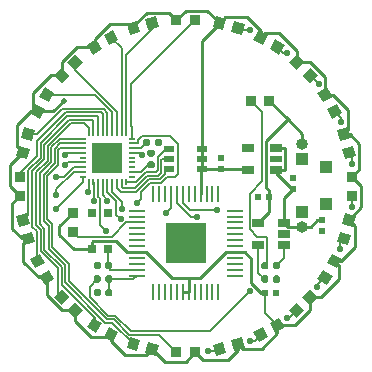
<source format=gbr>
%TF.GenerationSoftware,KiCad,Pcbnew,(5.1.6)-1*%
%TF.CreationDate,2023-04-02T22:45:57-07:00*%
%TF.ProjectId,Watch,57617463-682e-46b6-9963-61645f706362,rev?*%
%TF.SameCoordinates,Original*%
%TF.FileFunction,Copper,L1,Top*%
%TF.FilePolarity,Positive*%
%FSLAX46Y46*%
G04 Gerber Fmt 4.6, Leading zero omitted, Abs format (unit mm)*
G04 Created by KiCad (PCBNEW (5.1.6)-1) date 2023-04-02 22:45:57*
%MOMM*%
%LPD*%
G01*
G04 APERTURE LIST*
%TA.AperFunction,SMDPad,CuDef*%
%ADD10C,0.100000*%
%TD*%
%TA.AperFunction,SMDPad,CuDef*%
%ADD11R,3.505200X3.505200*%
%TD*%
%TA.AperFunction,SMDPad,CuDef*%
%ADD12R,0.279400X1.346200*%
%TD*%
%TA.AperFunction,SMDPad,CuDef*%
%ADD13R,1.346200X0.279400*%
%TD*%
%TA.AperFunction,SMDPad,CuDef*%
%ADD14R,0.890000X0.550000*%
%TD*%
%TA.AperFunction,SMDPad,CuDef*%
%ADD15R,0.900000X0.950000*%
%TD*%
%TA.AperFunction,SMDPad,CuDef*%
%ADD16R,0.950000X0.900000*%
%TD*%
%TA.AperFunction,SMDPad,CuDef*%
%ADD17R,2.650000X2.650000*%
%TD*%
%TA.AperFunction,SMDPad,CuDef*%
%ADD18R,0.550000X0.200000*%
%TD*%
%TA.AperFunction,SMDPad,CuDef*%
%ADD19R,0.200000X0.550000*%
%TD*%
%TA.AperFunction,SMDPad,CuDef*%
%ADD20R,0.800000X0.800000*%
%TD*%
%TA.AperFunction,SMDPad,CuDef*%
%ADD21R,1.000000X0.800000*%
%TD*%
%TA.AperFunction,SMDPad,CuDef*%
%ADD22R,1.000000X0.600000*%
%TD*%
%TA.AperFunction,SMDPad,CuDef*%
%ADD23R,0.600000X0.620000*%
%TD*%
%TA.AperFunction,SMDPad,CuDef*%
%ADD24R,0.620000X0.600000*%
%TD*%
%TA.AperFunction,ComponentPad*%
%ADD25R,1.000000X1.000000*%
%TD*%
%TA.AperFunction,ComponentPad*%
%ADD26O,1.000000X1.000000*%
%TD*%
%TA.AperFunction,SMDPad,CuDef*%
%ADD27R,1.060000X0.650000*%
%TD*%
%TA.AperFunction,ViaPad*%
%ADD28C,0.540000*%
%TD*%
%TA.AperFunction,ViaPad*%
%ADD29C,0.500000*%
%TD*%
%TA.AperFunction,Conductor*%
%ADD30C,0.150000*%
%TD*%
%TA.AperFunction,Conductor*%
%ADD31C,0.250000*%
%TD*%
%TA.AperFunction,Conductor*%
%ADD32C,0.125000*%
%TD*%
G04 APERTURE END LIST*
%TA.AperFunction,SMDPad,CuDef*%
D10*
%TO.P,LED211,2*%
%TO.N,+3V3*%
G36*
X149930785Y-102217043D02*
G01*
X149684907Y-101299414D01*
X150554241Y-101066477D01*
X150800119Y-101984106D01*
X149930785Y-102217043D01*
G37*
%TD.AperFunction*%
%TA.AperFunction,SMDPad,CuDef*%
%TO.P,LED211,1*%
%TO.N,/leds/OUT14*%
G36*
X148385303Y-102631153D02*
G01*
X148139425Y-101713524D01*
X149008759Y-101480587D01*
X149254637Y-102398216D01*
X148385303Y-102631153D01*
G37*
%TD.AperFunction*%
%TD*%
D11*
%TO.P,U101,EPAD*%
%TO.N,GND*%
X145830000Y-93091000D03*
D12*
%TO.P,U101,48*%
X143080000Y-88912700D03*
%TO.P,U101,47*%
%TO.N,Net-(U101-Pad47)*%
X143579999Y-88912700D03*
%TO.P,U101,46*%
%TO.N,Net-(U101-Pad46)*%
X144080001Y-88912700D03*
%TO.P,U101,45*%
%TO.N,+3V3*%
X144580000Y-88912700D03*
%TO.P,U101,44*%
%TO.N,/JTAG_TDI*%
X145079999Y-88912700D03*
%TO.P,U101,43*%
%TO.N,/JTAG_TDO*%
X145580000Y-88912700D03*
%TO.P,U101,42*%
%TO.N,/SCL*%
X146080000Y-88912700D03*
%TO.P,U101,41*%
%TO.N,/SDA*%
X146580001Y-88912700D03*
%TO.P,U101,40*%
%TO.N,+3V3*%
X147080000Y-88912700D03*
%TO.P,U101,39*%
%TO.N,/SDB*%
X147579999Y-88912700D03*
%TO.P,U101,38*%
%TO.N,Net-(U101-Pad38)*%
X148080001Y-88912700D03*
%TO.P,U101,37*%
%TO.N,Net-(U101-Pad37)*%
X148580000Y-88912700D03*
D13*
%TO.P,U101,36*%
%TO.N,/SW1*%
X150008300Y-90341000D03*
%TO.P,U101,35*%
%TO.N,/SW2*%
X150008300Y-90840999D03*
%TO.P,U101,34*%
%TO.N,Net-(U101-Pad34)*%
X150008300Y-91341001D03*
%TO.P,U101,33*%
%TO.N,Net-(U101-Pad33)*%
X150008300Y-91841000D03*
%TO.P,U101,32*%
%TO.N,Net-(U101-Pad32)*%
X150008300Y-92340999D03*
%TO.P,U101,31*%
%TO.N,Net-(U101-Pad31)*%
X150008300Y-92841000D03*
%TO.P,U101,30*%
%TO.N,Net-(U101-Pad30)*%
X150008300Y-93341000D03*
%TO.P,U101,29*%
%TO.N,+3V3*%
X150008300Y-93841001D03*
%TO.P,U101,28*%
%TO.N,GND*%
X150008300Y-94341000D03*
%TO.P,U101,27*%
%TO.N,Net-(U101-Pad27)*%
X150008300Y-94840999D03*
%TO.P,U101,26*%
%TO.N,Net-(U101-Pad26)*%
X150008300Y-95341001D03*
%TO.P,U101,25*%
%TO.N,Net-(U101-Pad25)*%
X150008300Y-95841000D03*
D12*
%TO.P,U101,24*%
%TO.N,Net-(U101-Pad24)*%
X148580000Y-97269300D03*
%TO.P,U101,23*%
%TO.N,Net-(U101-Pad23)*%
X148080001Y-97269300D03*
%TO.P,U101,22*%
%TO.N,Net-(U101-Pad22)*%
X147579999Y-97269300D03*
%TO.P,U101,21*%
%TO.N,Net-(U101-Pad21)*%
X147080000Y-97269300D03*
%TO.P,U101,20*%
%TO.N,Net-(U101-Pad20)*%
X146580001Y-97269300D03*
%TO.P,U101,19*%
%TO.N,+3V3*%
X146080000Y-97269300D03*
%TO.P,U101,18*%
X145580000Y-97269300D03*
%TO.P,U101,17*%
%TO.N,GND*%
X145079999Y-97269300D03*
%TO.P,U101,16*%
%TO.N,Net-(U101-Pad16)*%
X144580000Y-97269300D03*
%TO.P,U101,15*%
%TO.N,Net-(U101-Pad15)*%
X144080001Y-97269300D03*
%TO.P,U101,14*%
%TO.N,Net-(U101-Pad14)*%
X143579999Y-97269300D03*
%TO.P,U101,13*%
%TO.N,Net-(U101-Pad13)*%
X143080000Y-97269300D03*
D13*
%TO.P,U101,12*%
%TO.N,/BattSns*%
X141651700Y-95841000D03*
%TO.P,U101,11*%
%TO.N,/vLUX*%
X141651700Y-95341001D03*
%TO.P,U101,10*%
%TO.N,/JTAG_TMS*%
X141651700Y-94840999D03*
%TO.P,U101,9*%
%TO.N,/JTAG_TCK*%
X141651700Y-94341000D03*
%TO.P,U101,8*%
%TO.N,+3V3*%
X141651700Y-93841001D03*
%TO.P,U101,7*%
%TO.N,+1V8*%
X141651700Y-93341000D03*
%TO.P,U101,6*%
%TO.N,GND*%
X141651700Y-92841000D03*
%TO.P,U101,5*%
%TO.N,Net-(U101-Pad5)*%
X141651700Y-92340999D03*
%TO.P,U101,4*%
%TO.N,/JTAG_RESET*%
X141651700Y-91841000D03*
%TO.P,U101,3*%
%TO.N,/LED_STAT*%
X141651700Y-91341001D03*
%TO.P,U101,2*%
%TO.N,Net-(U101-Pad2)*%
X141651700Y-90840999D03*
%TO.P,U101,1*%
%TO.N,Net-(U101-Pad1)*%
X141651700Y-90341000D03*
%TD*%
%TA.AperFunction,SMDPad,CuDef*%
D10*
%TO.P,LED223,2*%
%TO.N,+3V3*%
G36*
X141729215Y-74312957D02*
G01*
X141975093Y-75230586D01*
X141105759Y-75463523D01*
X140859881Y-74545894D01*
X141729215Y-74312957D01*
G37*
%TD.AperFunction*%
%TA.AperFunction,SMDPad,CuDef*%
%TO.P,LED223,1*%
%TO.N,/leds/OUT2*%
G36*
X143274697Y-73898847D02*
G01*
X143520575Y-74816476D01*
X142651241Y-75049413D01*
X142405363Y-74131784D01*
X143274697Y-73898847D01*
G37*
%TD.AperFunction*%
%TD*%
D14*
%TO.P,LED225,6*%
%TO.N,+3V3*%
X147225000Y-86829000D03*
%TO.P,LED225,5*%
%TO.N,/leds/OUT25*%
X144435000Y-86829000D03*
%TO.P,LED225,4*%
%TO.N,+3V3*%
X147225000Y-85979000D03*
%TO.P,LED225,3*%
%TO.N,/leds/OUT26*%
X144435000Y-85979000D03*
%TO.P,LED225,2*%
%TO.N,+3V3*%
X147225000Y-85129000D03*
%TO.P,LED225,1*%
%TO.N,/leds/OUT27*%
X144435000Y-85129000D03*
%TD*%
D15*
%TO.P,LED224,2*%
%TO.N,+3V3*%
X145030000Y-74202000D03*
%TO.P,LED224,1*%
%TO.N,/leds/OUT1*%
X146630000Y-74202000D03*
%TD*%
%TA.AperFunction,SMDPad,CuDef*%
D10*
%TO.P,LED222,2*%
%TO.N,+3V3*%
G36*
X138257891Y-75849723D02*
G01*
X138732891Y-76672447D01*
X137953469Y-77122447D01*
X137478469Y-76299723D01*
X138257891Y-75849723D01*
G37*
%TD.AperFunction*%
%TA.AperFunction,SMDPad,CuDef*%
%TO.P,LED222,1*%
%TO.N,/leds/OUT3*%
G36*
X139643531Y-75049723D02*
G01*
X140118531Y-75872447D01*
X139339109Y-76322447D01*
X138864109Y-75499723D01*
X139643531Y-75049723D01*
G37*
%TD.AperFunction*%
%TD*%
%TA.AperFunction,SMDPad,CuDef*%
%TO.P,LED221,2*%
%TO.N,+3V3*%
G36*
X135302594Y-78232568D02*
G01*
X135974346Y-78904320D01*
X135337950Y-79540716D01*
X134666198Y-78868964D01*
X135302594Y-78232568D01*
G37*
%TD.AperFunction*%
%TA.AperFunction,SMDPad,CuDef*%
%TO.P,LED221,1*%
%TO.N,/leds/OUT4*%
G36*
X136433964Y-77101198D02*
G01*
X137105716Y-77772950D01*
X136469320Y-78409346D01*
X135797568Y-77737594D01*
X136433964Y-77101198D01*
G37*
%TD.AperFunction*%
%TD*%
%TA.AperFunction,SMDPad,CuDef*%
%TO.P,LED220,2*%
%TO.N,+3V3*%
G36*
X133064723Y-81299109D02*
G01*
X133887447Y-81774109D01*
X133437447Y-82553531D01*
X132614723Y-82078531D01*
X133064723Y-81299109D01*
G37*
%TD.AperFunction*%
%TA.AperFunction,SMDPad,CuDef*%
%TO.P,LED220,1*%
%TO.N,/leds/OUT5*%
G36*
X133864723Y-79913469D02*
G01*
X134687447Y-80388469D01*
X134237447Y-81167891D01*
X133414723Y-80692891D01*
X133864723Y-79913469D01*
G37*
%TD.AperFunction*%
%TD*%
%TA.AperFunction,SMDPad,CuDef*%
%TO.P,LED219,2*%
%TO.N,+3V3*%
G36*
X131696784Y-84840363D02*
G01*
X132614413Y-85086241D01*
X132381476Y-85955575D01*
X131463847Y-85709697D01*
X131696784Y-84840363D01*
G37*
%TD.AperFunction*%
%TA.AperFunction,SMDPad,CuDef*%
%TO.P,LED219,1*%
%TO.N,/leds/OUT6*%
G36*
X132110894Y-83294881D02*
G01*
X133028523Y-83540759D01*
X132795586Y-84410093D01*
X131877957Y-84164215D01*
X132110894Y-83294881D01*
G37*
%TD.AperFunction*%
%TD*%
D16*
%TO.P,LED218,2*%
%TO.N,+3V3*%
X131767000Y-89065000D03*
%TO.P,LED218,1*%
%TO.N,/leds/OUT7*%
X131767000Y-87465000D03*
%TD*%
%TA.AperFunction,SMDPad,CuDef*%
D10*
%TO.P,LED217,2*%
%TO.N,+3V3*%
G36*
X131877957Y-92365785D02*
G01*
X132795586Y-92119907D01*
X133028523Y-92989241D01*
X132110894Y-93235119D01*
X131877957Y-92365785D01*
G37*
%TD.AperFunction*%
%TA.AperFunction,SMDPad,CuDef*%
%TO.P,LED217,1*%
%TO.N,/leds/OUT8*%
G36*
X131463847Y-90820303D02*
G01*
X132381476Y-90574425D01*
X132614413Y-91443759D01*
X131696784Y-91689637D01*
X131463847Y-90820303D01*
G37*
%TD.AperFunction*%
%TD*%
%TA.AperFunction,SMDPad,CuDef*%
%TO.P,LED216,2*%
%TO.N,+3V3*%
G36*
X133414723Y-95837109D02*
G01*
X134237447Y-95362109D01*
X134687447Y-96141531D01*
X133864723Y-96616531D01*
X133414723Y-95837109D01*
G37*
%TD.AperFunction*%
%TA.AperFunction,SMDPad,CuDef*%
%TO.P,LED216,1*%
%TO.N,/leds/OUT9*%
G36*
X132614723Y-94451469D02*
G01*
X133437447Y-93976469D01*
X133887447Y-94755891D01*
X133064723Y-95230891D01*
X132614723Y-94451469D01*
G37*
%TD.AperFunction*%
%TD*%
%TA.AperFunction,SMDPad,CuDef*%
%TO.P,LED215,2*%
%TO.N,+3V3*%
G36*
X135797568Y-98792406D02*
G01*
X136469320Y-98120654D01*
X137105716Y-98757050D01*
X136433964Y-99428802D01*
X135797568Y-98792406D01*
G37*
%TD.AperFunction*%
%TA.AperFunction,SMDPad,CuDef*%
%TO.P,LED215,1*%
%TO.N,/leds/OUT10*%
G36*
X134666198Y-97661036D02*
G01*
X135337950Y-96989284D01*
X135974346Y-97625680D01*
X135302594Y-98297432D01*
X134666198Y-97661036D01*
G37*
%TD.AperFunction*%
%TD*%
%TA.AperFunction,SMDPad,CuDef*%
%TO.P,LED214,2*%
%TO.N,+3V3*%
G36*
X138864109Y-101030277D02*
G01*
X139339109Y-100207553D01*
X140118531Y-100657553D01*
X139643531Y-101480277D01*
X138864109Y-101030277D01*
G37*
%TD.AperFunction*%
%TA.AperFunction,SMDPad,CuDef*%
%TO.P,LED214,1*%
%TO.N,/leds/OUT11*%
G36*
X137478469Y-100230277D02*
G01*
X137953469Y-99407553D01*
X138732891Y-99857553D01*
X138257891Y-100680277D01*
X137478469Y-100230277D01*
G37*
%TD.AperFunction*%
%TD*%
%TA.AperFunction,SMDPad,CuDef*%
%TO.P,LED213,2*%
%TO.N,+3V3*%
G36*
X142405363Y-102398216D02*
G01*
X142651241Y-101480587D01*
X143520575Y-101713524D01*
X143274697Y-102631153D01*
X142405363Y-102398216D01*
G37*
%TD.AperFunction*%
%TA.AperFunction,SMDPad,CuDef*%
%TO.P,LED213,1*%
%TO.N,/leds/OUT12*%
G36*
X140859881Y-101984106D02*
G01*
X141105759Y-101066477D01*
X141975093Y-101299414D01*
X141729215Y-102217043D01*
X140859881Y-101984106D01*
G37*
%TD.AperFunction*%
%TD*%
D15*
%TO.P,LED212,2*%
%TO.N,+3V3*%
X146630000Y-102328000D03*
%TO.P,LED212,1*%
%TO.N,/leds/OUT13*%
X145030000Y-102328000D03*
%TD*%
%TA.AperFunction,SMDPad,CuDef*%
D10*
%TO.P,LED210,2*%
%TO.N,+3V3*%
G36*
X153402109Y-100680277D02*
G01*
X152927109Y-99857553D01*
X153706531Y-99407553D01*
X154181531Y-100230277D01*
X153402109Y-100680277D01*
G37*
%TD.AperFunction*%
%TA.AperFunction,SMDPad,CuDef*%
%TO.P,LED210,1*%
%TO.N,/leds/OUT15*%
G36*
X152016469Y-101480277D02*
G01*
X151541469Y-100657553D01*
X152320891Y-100207553D01*
X152795891Y-101030277D01*
X152016469Y-101480277D01*
G37*
%TD.AperFunction*%
%TD*%
%TA.AperFunction,SMDPad,CuDef*%
%TO.P,LED209,2*%
%TO.N,+3V3*%
G36*
X156357406Y-98297432D02*
G01*
X155685654Y-97625680D01*
X156322050Y-96989284D01*
X156993802Y-97661036D01*
X156357406Y-98297432D01*
G37*
%TD.AperFunction*%
%TA.AperFunction,SMDPad,CuDef*%
%TO.P,LED209,1*%
%TO.N,/leds/OUT16*%
G36*
X155226036Y-99428802D02*
G01*
X154554284Y-98757050D01*
X155190680Y-98120654D01*
X155862432Y-98792406D01*
X155226036Y-99428802D01*
G37*
%TD.AperFunction*%
%TD*%
%TA.AperFunction,SMDPad,CuDef*%
%TO.P,LED208,2*%
%TO.N,+3V3*%
G36*
X158595277Y-95230891D02*
G01*
X157772553Y-94755891D01*
X158222553Y-93976469D01*
X159045277Y-94451469D01*
X158595277Y-95230891D01*
G37*
%TD.AperFunction*%
%TA.AperFunction,SMDPad,CuDef*%
%TO.P,LED208,1*%
%TO.N,/leds/OUT17*%
G36*
X157795277Y-96616531D02*
G01*
X156972553Y-96141531D01*
X157422553Y-95362109D01*
X158245277Y-95837109D01*
X157795277Y-96616531D01*
G37*
%TD.AperFunction*%
%TD*%
%TA.AperFunction,SMDPad,CuDef*%
%TO.P,LED207,2*%
%TO.N,+3V3*%
G36*
X159963216Y-91689637D02*
G01*
X159045587Y-91443759D01*
X159278524Y-90574425D01*
X160196153Y-90820303D01*
X159963216Y-91689637D01*
G37*
%TD.AperFunction*%
%TA.AperFunction,SMDPad,CuDef*%
%TO.P,LED207,1*%
%TO.N,/leds/OUT18*%
G36*
X159549106Y-93235119D02*
G01*
X158631477Y-92989241D01*
X158864414Y-92119907D01*
X159782043Y-92365785D01*
X159549106Y-93235119D01*
G37*
%TD.AperFunction*%
%TD*%
D16*
%TO.P,LED206,2*%
%TO.N,+3V3*%
X159893000Y-87465000D03*
%TO.P,LED206,1*%
%TO.N,/leds/OUT19*%
X159893000Y-89065000D03*
%TD*%
%TA.AperFunction,SMDPad,CuDef*%
D10*
%TO.P,LED205,2*%
%TO.N,+3V3*%
G36*
X159782043Y-84164215D02*
G01*
X158864414Y-84410093D01*
X158631477Y-83540759D01*
X159549106Y-83294881D01*
X159782043Y-84164215D01*
G37*
%TD.AperFunction*%
%TA.AperFunction,SMDPad,CuDef*%
%TO.P,LED205,1*%
%TO.N,/leds/OUT20*%
G36*
X160196153Y-85709697D02*
G01*
X159278524Y-85955575D01*
X159045587Y-85086241D01*
X159963216Y-84840363D01*
X160196153Y-85709697D01*
G37*
%TD.AperFunction*%
%TD*%
%TA.AperFunction,SMDPad,CuDef*%
%TO.P,LED204,2*%
%TO.N,+3V3*%
G36*
X158245277Y-80692891D02*
G01*
X157422553Y-81167891D01*
X156972553Y-80388469D01*
X157795277Y-79913469D01*
X158245277Y-80692891D01*
G37*
%TD.AperFunction*%
%TA.AperFunction,SMDPad,CuDef*%
%TO.P,LED204,1*%
%TO.N,/leds/OUT21*%
G36*
X159045277Y-82078531D02*
G01*
X158222553Y-82553531D01*
X157772553Y-81774109D01*
X158595277Y-81299109D01*
X159045277Y-82078531D01*
G37*
%TD.AperFunction*%
%TD*%
%TA.AperFunction,SMDPad,CuDef*%
%TO.P,LED203,2*%
%TO.N,+3V3*%
G36*
X155862432Y-77737594D02*
G01*
X155190680Y-78409346D01*
X154554284Y-77772950D01*
X155226036Y-77101198D01*
X155862432Y-77737594D01*
G37*
%TD.AperFunction*%
%TA.AperFunction,SMDPad,CuDef*%
%TO.P,LED203,1*%
%TO.N,/leds/OUT22*%
G36*
X156993802Y-78868964D02*
G01*
X156322050Y-79540716D01*
X155685654Y-78904320D01*
X156357406Y-78232568D01*
X156993802Y-78868964D01*
G37*
%TD.AperFunction*%
%TD*%
%TA.AperFunction,SMDPad,CuDef*%
%TO.P,LED202,2*%
%TO.N,+3V3*%
G36*
X152795891Y-75499723D02*
G01*
X152320891Y-76322447D01*
X151541469Y-75872447D01*
X152016469Y-75049723D01*
X152795891Y-75499723D01*
G37*
%TD.AperFunction*%
%TA.AperFunction,SMDPad,CuDef*%
%TO.P,LED202,1*%
%TO.N,/leds/OUT23*%
G36*
X154181531Y-76299723D02*
G01*
X153706531Y-77122447D01*
X152927109Y-76672447D01*
X153402109Y-75849723D01*
X154181531Y-76299723D01*
G37*
%TD.AperFunction*%
%TD*%
%TA.AperFunction,SMDPad,CuDef*%
%TO.P,LED201,2*%
%TO.N,+3V3*%
G36*
X149254637Y-74131784D02*
G01*
X149008759Y-75049413D01*
X148139425Y-74816476D01*
X148385303Y-73898847D01*
X149254637Y-74131784D01*
G37*
%TD.AperFunction*%
%TA.AperFunction,SMDPad,CuDef*%
%TO.P,LED201,1*%
%TO.N,/leds/OUT24*%
G36*
X150800119Y-74545894D02*
G01*
X150554241Y-75463523D01*
X149684907Y-75230586D01*
X149930785Y-74312957D01*
X150800119Y-74545894D01*
G37*
%TD.AperFunction*%
%TD*%
D16*
%TO.P,LED102,2*%
%TO.N,+3V3*%
X136271000Y-90513000D03*
%TO.P,LED102,1*%
%TO.N,/LED_STAT*%
X136271000Y-92113000D03*
%TD*%
D15*
%TO.P,LED101,2*%
%TO.N,+5V*%
X152908000Y-81026000D03*
%TO.P,LED101,1*%
%TO.N,Net-(LED101-Pad1)*%
X151308000Y-81026000D03*
%TD*%
D17*
%TO.P,IC201,37*%
%TO.N,GND*%
X139192000Y-85852000D03*
D18*
%TO.P,IC201,36*%
%TO.N,/leds/OUT1*%
X141292000Y-84252000D03*
%TO.P,IC201,35*%
%TO.N,/SCL*%
X141292000Y-84652000D03*
%TO.P,IC201,34*%
%TO.N,/SDA*%
X141292000Y-85052000D03*
%TO.P,IC201,33*%
%TO.N,Net-(IC201-Pad33)*%
X141292000Y-85452000D03*
%TO.P,IC201,32*%
%TO.N,GND*%
X141292000Y-85852000D03*
%TO.P,IC201,31*%
%TO.N,+3V3*%
X141292000Y-86252000D03*
%TO.P,IC201,30*%
%TO.N,GND*%
X141292000Y-86652000D03*
%TO.P,IC201,29*%
%TO.N,/SDB*%
X141292000Y-87052000D03*
%TO.P,IC201,28*%
%TO.N,/leds/OUT28*%
X141292000Y-87452000D03*
D19*
%TO.P,IC201,27*%
%TO.N,/leds/OUT27*%
X140792000Y-87952000D03*
%TO.P,IC201,26*%
%TO.N,/leds/OUT26*%
X140392000Y-87952000D03*
%TO.P,IC201,25*%
%TO.N,/leds/OUT25*%
X139992000Y-87952000D03*
%TO.P,IC201,24*%
%TO.N,/leds/OUT24*%
X139592000Y-87952000D03*
%TO.P,IC201,23*%
%TO.N,/leds/OUT23*%
X139192000Y-87952000D03*
%TO.P,IC201,22*%
%TO.N,/leds/OUT22*%
X138792000Y-87952000D03*
%TO.P,IC201,21*%
%TO.N,/leds/OUT21*%
X138392000Y-87952000D03*
%TO.P,IC201,20*%
%TO.N,/leds/OUT20*%
X137992000Y-87952000D03*
%TO.P,IC201,19*%
%TO.N,/leds/OUT19*%
X137592000Y-87952000D03*
D18*
%TO.P,IC201,18*%
%TO.N,/leds/OUT18*%
X137092000Y-87452000D03*
%TO.P,IC201,17*%
%TO.N,/leds/OUT17*%
X137092000Y-87052000D03*
%TO.P,IC201,16*%
%TO.N,/leds/OUT16*%
X137092000Y-86652000D03*
%TO.P,IC201,15*%
%TO.N,/leds/OUT15*%
X137092000Y-86252000D03*
%TO.P,IC201,14*%
%TO.N,GND*%
X137092000Y-85852000D03*
%TO.P,IC201,13*%
%TO.N,/leds/OUT14*%
X137092000Y-85452000D03*
%TO.P,IC201,12*%
%TO.N,/leds/OUT13*%
X137092000Y-85052000D03*
%TO.P,IC201,11*%
%TO.N,/leds/OUT12*%
X137092000Y-84652000D03*
%TO.P,IC201,10*%
%TO.N,/leds/OUT11*%
X137092000Y-84252000D03*
D19*
%TO.P,IC201,9*%
%TO.N,/leds/OUT10*%
X137592000Y-83752000D03*
%TO.P,IC201,8*%
%TO.N,/leds/OUT9*%
X137992000Y-83752000D03*
%TO.P,IC201,7*%
%TO.N,/leds/OUT8*%
X138392000Y-83752000D03*
%TO.P,IC201,6*%
%TO.N,/leds/OUT7*%
X138792000Y-83752000D03*
%TO.P,IC201,5*%
%TO.N,/leds/OUT6*%
X139192000Y-83752000D03*
%TO.P,IC201,4*%
%TO.N,/leds/OUT5*%
X139592000Y-83752000D03*
%TO.P,IC201,3*%
%TO.N,/leds/OUT4*%
X139992000Y-83752000D03*
%TO.P,IC201,2*%
%TO.N,/leds/OUT3*%
X140392000Y-83752000D03*
%TO.P,IC201,1*%
%TO.N,/leds/OUT2*%
X140792000Y-83752000D03*
%TD*%
D20*
%TO.P,IC103,4*%
%TO.N,/vLUX*%
X139207000Y-93625000D03*
%TO.P,IC103,3*%
%TO.N,+3V3*%
X137907000Y-93625000D03*
%TO.P,IC103,2*%
%TO.N,GND*%
X137907000Y-90525000D03*
%TO.P,IC103,1*%
X139207000Y-90525000D03*
%TD*%
D21*
%TO.P,IC101,5*%
%TO.N,+3V3*%
X151073000Y-86929000D03*
%TO.P,IC101,4*%
%TO.N,Net-(IC101-Pad4)*%
X151073000Y-85029000D03*
%TO.P,IC101,3*%
%TO.N,+BATT*%
X153473000Y-85029000D03*
D22*
%TO.P,IC101,2*%
%TO.N,GND*%
X153473000Y-85979000D03*
D21*
%TO.P,IC101,1*%
%TO.N,+BATT*%
X153473000Y-86929000D03*
%TD*%
D23*
%TO.P,C107,2*%
%TO.N,+3V3*%
X152552000Y-97282000D03*
%TO.P,C107,1*%
%TO.N,GND*%
X153472000Y-97282000D03*
%TD*%
D24*
%TO.P,C104,2*%
%TO.N,+3V3*%
X148844000Y-86820000D03*
%TO.P,C104,1*%
%TO.N,GND*%
X148844000Y-85900000D03*
%TD*%
%TO.P,C103,2*%
%TO.N,+BATT*%
X154940000Y-88471000D03*
%TO.P,C103,1*%
%TO.N,GND*%
X154940000Y-87551000D03*
%TD*%
%TO.P,C102,2*%
%TO.N,+BATT*%
X157353000Y-91155000D03*
%TO.P,C102,1*%
%TO.N,GND*%
X157353000Y-92075000D03*
%TD*%
D23*
%TO.P,C101,2*%
%TO.N,+5V*%
X152860000Y-89154000D03*
%TO.P,C101,1*%
%TO.N,GND*%
X151940000Y-89154000D03*
%TD*%
%TO.P,R204,2*%
%TO.N,GND*%
%TA.AperFunction,SMDPad,CuDef*%
G36*
G01*
X143047500Y-85789000D02*
X142702500Y-85789000D01*
G75*
G02*
X142555000Y-85641500I0J147500D01*
G01*
X142555000Y-85346500D01*
G75*
G02*
X142702500Y-85199000I147500J0D01*
G01*
X143047500Y-85199000D01*
G75*
G02*
X143195000Y-85346500I0J-147500D01*
G01*
X143195000Y-85641500D01*
G75*
G02*
X143047500Y-85789000I-147500J0D01*
G01*
G37*
%TD.AperFunction*%
%TO.P,R204,1*%
%TO.N,/SDB*%
%TA.AperFunction,SMDPad,CuDef*%
G36*
G01*
X143047500Y-86759000D02*
X142702500Y-86759000D01*
G75*
G02*
X142555000Y-86611500I0J147500D01*
G01*
X142555000Y-86316500D01*
G75*
G02*
X142702500Y-86169000I147500J0D01*
G01*
X143047500Y-86169000D01*
G75*
G02*
X143195000Y-86316500I0J-147500D01*
G01*
X143195000Y-86611500D01*
G75*
G02*
X143047500Y-86759000I-147500J0D01*
G01*
G37*
%TD.AperFunction*%
%TD*%
%TO.P,R114,2*%
%TO.N,/BattSns*%
%TA.AperFunction,SMDPad,CuDef*%
G36*
G01*
X139024000Y-97454500D02*
X139024000Y-97109500D01*
G75*
G02*
X139171500Y-96962000I147500J0D01*
G01*
X139466500Y-96962000D01*
G75*
G02*
X139614000Y-97109500I0J-147500D01*
G01*
X139614000Y-97454500D01*
G75*
G02*
X139466500Y-97602000I-147500J0D01*
G01*
X139171500Y-97602000D01*
G75*
G02*
X139024000Y-97454500I0J147500D01*
G01*
G37*
%TD.AperFunction*%
%TO.P,R114,1*%
%TO.N,GND*%
%TA.AperFunction,SMDPad,CuDef*%
G36*
G01*
X138054000Y-97454500D02*
X138054000Y-97109500D01*
G75*
G02*
X138201500Y-96962000I147500J0D01*
G01*
X138496500Y-96962000D01*
G75*
G02*
X138644000Y-97109500I0J-147500D01*
G01*
X138644000Y-97454500D01*
G75*
G02*
X138496500Y-97602000I-147500J0D01*
G01*
X138201500Y-97602000D01*
G75*
G02*
X138054000Y-97454500I0J147500D01*
G01*
G37*
%TD.AperFunction*%
%TD*%
%TO.P,R113,2*%
%TO.N,+BATT*%
%TA.AperFunction,SMDPad,CuDef*%
G36*
G01*
X138621000Y-95966500D02*
X138621000Y-96311500D01*
G75*
G02*
X138473500Y-96459000I-147500J0D01*
G01*
X138178500Y-96459000D01*
G75*
G02*
X138031000Y-96311500I0J147500D01*
G01*
X138031000Y-95966500D01*
G75*
G02*
X138178500Y-95819000I147500J0D01*
G01*
X138473500Y-95819000D01*
G75*
G02*
X138621000Y-95966500I0J-147500D01*
G01*
G37*
%TD.AperFunction*%
%TO.P,R113,1*%
%TO.N,/BattSns*%
%TA.AperFunction,SMDPad,CuDef*%
G36*
G01*
X139591000Y-95966500D02*
X139591000Y-96311500D01*
G75*
G02*
X139443500Y-96459000I-147500J0D01*
G01*
X139148500Y-96459000D01*
G75*
G02*
X139001000Y-96311500I0J147500D01*
G01*
X139001000Y-95966500D01*
G75*
G02*
X139148500Y-95819000I147500J0D01*
G01*
X139443500Y-95819000D01*
G75*
G02*
X139591000Y-95966500I0J-147500D01*
G01*
G37*
%TD.AperFunction*%
%TD*%
%TO.P,R106,2*%
%TO.N,/vLUX*%
%TA.AperFunction,SMDPad,CuDef*%
G36*
G01*
X139001000Y-95168500D02*
X139001000Y-94823500D01*
G75*
G02*
X139148500Y-94676000I147500J0D01*
G01*
X139443500Y-94676000D01*
G75*
G02*
X139591000Y-94823500I0J-147500D01*
G01*
X139591000Y-95168500D01*
G75*
G02*
X139443500Y-95316000I-147500J0D01*
G01*
X139148500Y-95316000D01*
G75*
G02*
X139001000Y-95168500I0J147500D01*
G01*
G37*
%TD.AperFunction*%
%TO.P,R106,1*%
%TO.N,GND*%
%TA.AperFunction,SMDPad,CuDef*%
G36*
G01*
X138031000Y-95168500D02*
X138031000Y-94823500D01*
G75*
G02*
X138178500Y-94676000I147500J0D01*
G01*
X138473500Y-94676000D01*
G75*
G02*
X138621000Y-94823500I0J-147500D01*
G01*
X138621000Y-95168500D01*
G75*
G02*
X138473500Y-95316000I-147500J0D01*
G01*
X138178500Y-95316000D01*
G75*
G02*
X138031000Y-95168500I0J147500D01*
G01*
G37*
%TD.AperFunction*%
%TD*%
%TO.P,R103,2*%
%TO.N,/SDA*%
%TA.AperFunction,SMDPad,CuDef*%
G36*
G01*
X142812000Y-84409500D02*
X142812000Y-84754500D01*
G75*
G02*
X142664500Y-84902000I-147500J0D01*
G01*
X142369500Y-84902000D01*
G75*
G02*
X142222000Y-84754500I0J147500D01*
G01*
X142222000Y-84409500D01*
G75*
G02*
X142369500Y-84262000I147500J0D01*
G01*
X142664500Y-84262000D01*
G75*
G02*
X142812000Y-84409500I0J-147500D01*
G01*
G37*
%TD.AperFunction*%
%TO.P,R103,1*%
%TO.N,+3V3*%
%TA.AperFunction,SMDPad,CuDef*%
G36*
G01*
X143782000Y-84409500D02*
X143782000Y-84754500D01*
G75*
G02*
X143634500Y-84902000I-147500J0D01*
G01*
X143339500Y-84902000D01*
G75*
G02*
X143192000Y-84754500I0J147500D01*
G01*
X143192000Y-84409500D01*
G75*
G02*
X143339500Y-84262000I147500J0D01*
G01*
X143634500Y-84262000D01*
G75*
G02*
X143782000Y-84409500I0J-147500D01*
G01*
G37*
%TD.AperFunction*%
%TD*%
%TO.P,R102,2*%
%TO.N,Net-(R102-Pad2)*%
%TA.AperFunction,SMDPad,CuDef*%
G36*
G01*
X153202000Y-95168500D02*
X153202000Y-94823500D01*
G75*
G02*
X153349500Y-94676000I147500J0D01*
G01*
X153644500Y-94676000D01*
G75*
G02*
X153792000Y-94823500I0J-147500D01*
G01*
X153792000Y-95168500D01*
G75*
G02*
X153644500Y-95316000I-147500J0D01*
G01*
X153349500Y-95316000D01*
G75*
G02*
X153202000Y-95168500I0J147500D01*
G01*
G37*
%TD.AperFunction*%
%TO.P,R102,1*%
%TO.N,Net-(LED101-Pad1)*%
%TA.AperFunction,SMDPad,CuDef*%
G36*
G01*
X152232000Y-95168500D02*
X152232000Y-94823500D01*
G75*
G02*
X152379500Y-94676000I147500J0D01*
G01*
X152674500Y-94676000D01*
G75*
G02*
X152822000Y-94823500I0J-147500D01*
G01*
X152822000Y-95168500D01*
G75*
G02*
X152674500Y-95316000I-147500J0D01*
G01*
X152379500Y-95316000D01*
G75*
G02*
X152232000Y-95168500I0J147500D01*
G01*
G37*
%TD.AperFunction*%
%TD*%
%TO.P,R101,2*%
%TO.N,GND*%
%TA.AperFunction,SMDPad,CuDef*%
G36*
G01*
X153202000Y-96311500D02*
X153202000Y-95966500D01*
G75*
G02*
X153349500Y-95819000I147500J0D01*
G01*
X153644500Y-95819000D01*
G75*
G02*
X153792000Y-95966500I0J-147500D01*
G01*
X153792000Y-96311500D01*
G75*
G02*
X153644500Y-96459000I-147500J0D01*
G01*
X153349500Y-96459000D01*
G75*
G02*
X153202000Y-96311500I0J147500D01*
G01*
G37*
%TD.AperFunction*%
%TO.P,R101,1*%
%TO.N,Net-(R101-Pad1)*%
%TA.AperFunction,SMDPad,CuDef*%
G36*
G01*
X152232000Y-96311500D02*
X152232000Y-95966500D01*
G75*
G02*
X152379500Y-95819000I147500J0D01*
G01*
X152674500Y-95819000D01*
G75*
G02*
X152822000Y-95966500I0J-147500D01*
G01*
X152822000Y-96311500D01*
G75*
G02*
X152674500Y-96459000I-147500J0D01*
G01*
X152379500Y-96459000D01*
G75*
G02*
X152232000Y-96311500I0J147500D01*
G01*
G37*
%TD.AperFunction*%
%TD*%
D25*
%TO.P,J103,1*%
%TO.N,/SW1*%
X157734000Y-86614000D03*
%TD*%
%TO.P,J102,1*%
%TO.N,/SW2*%
X157734000Y-89789000D03*
%TD*%
D26*
%TO.P,J105,2*%
%TO.N,+5V*%
X155702000Y-84709000D03*
D25*
%TO.P,J105,1*%
%TO.N,GND*%
X155702000Y-85979000D03*
%TD*%
D26*
%TO.P,J101,2*%
%TO.N,+BATT*%
X155702000Y-91694000D03*
D25*
%TO.P,J101,1*%
%TO.N,GND*%
X155702000Y-90424000D03*
%TD*%
D27*
%TO.P,U102,5*%
%TO.N,Net-(R101-Pad1)*%
X151978000Y-93279000D03*
%TO.P,U102,4*%
%TO.N,+5V*%
X151978000Y-91379000D03*
%TO.P,U102,3*%
%TO.N,+BATT*%
X154178000Y-91379000D03*
%TO.P,U102,2*%
%TO.N,GND*%
X154178000Y-92329000D03*
%TO.P,U102,1*%
%TO.N,Net-(R102-Pad2)*%
X154178000Y-93279000D03*
%TD*%
D28*
%TO.N,Net-(IC201-Pad33)*%
X142113000Y-85598000D03*
D29*
%TO.N,+3V3*%
X135509000Y-81026000D03*
D28*
X144145000Y-90551000D03*
%TO.N,/leds/OUT24*%
X140449000Y-90170000D03*
X151257000Y-75057000D03*
%TO.N,/leds/OUT23*%
X154432000Y-76962000D03*
X140335000Y-91059000D03*
%TO.N,/leds/OUT22*%
X139192000Y-89535000D03*
X157063915Y-79629000D03*
%TO.N,/leds/OUT21*%
X139065000Y-92075000D03*
X159004000Y-82804000D03*
%TO.N,/leds/OUT20*%
X138049000Y-89535000D03*
X159893000Y-86360000D03*
%TO.N,/leds/OUT19*%
X137541000Y-88773000D03*
X159893000Y-90043000D03*
%TO.N,/leds/OUT18*%
X134874000Y-90170000D03*
X158877000Y-93599000D03*
%TO.N,/leds/OUT17*%
X156972000Y-96774000D03*
X134874000Y-89027000D03*
%TO.N,/leds/OUT16*%
X154432000Y-99441000D03*
X134874000Y-87503000D03*
%TO.N,/leds/OUT15*%
X135636000Y-86487000D03*
X151257000Y-101346000D03*
%TO.N,/leds/OUT14*%
X135636000Y-85598000D03*
X147701000Y-102235000D03*
%TO.N,/SCL*%
X141732000Y-89662000D03*
%TO.N,+BATT*%
X151257000Y-97155000D03*
%TO.N,/JTAG_TDI*%
X146812000Y-90918398D03*
%TO.N,/JTAG_TDO*%
X148463000Y-90297000D03*
%TD*%
D30*
%TO.N,Net-(IC201-Pad33)*%
X141967000Y-85452000D02*
X141292000Y-85452000D01*
X142113000Y-85598000D02*
X141967000Y-85452000D01*
D31*
%TO.N,+3V3*%
X152516404Y-75338361D02*
X152168680Y-75686085D01*
X153679805Y-75338361D02*
X152516404Y-75338361D01*
X155208358Y-76866914D02*
X153679805Y-75338361D01*
X155208358Y-77755272D02*
X155208358Y-76866914D01*
X149183214Y-73987947D02*
X148697031Y-74474130D01*
X151019024Y-73987947D02*
X149183214Y-73987947D01*
X152168680Y-75137603D02*
X151019024Y-73987947D01*
X152168680Y-75686085D02*
X152168680Y-75137603D01*
X145830001Y-73401999D02*
X145030000Y-74202000D01*
X147624900Y-73401999D02*
X145830001Y-73401999D01*
X148697031Y-74474130D02*
X147624900Y-73401999D01*
X142503675Y-73573837D02*
X141417487Y-74660025D01*
X141417487Y-74660025D02*
X141417487Y-74888240D01*
X144401837Y-73573837D02*
X142503675Y-73573837D01*
X145030000Y-74202000D02*
X144401837Y-73573837D01*
X138105680Y-75798516D02*
X138105680Y-76486085D01*
X139403791Y-74500405D02*
X138105680Y-75798516D01*
X141029652Y-74500405D02*
X139403791Y-74500405D01*
X141417487Y-74888240D02*
X141029652Y-74500405D01*
X135320272Y-77755254D02*
X135320272Y-78886642D01*
X136589441Y-76486085D02*
X135320272Y-77755254D01*
X138105680Y-76486085D02*
X136589441Y-76486085D01*
X132903361Y-81578596D02*
X133251085Y-81926320D01*
X132903361Y-80415195D02*
X132903361Y-81578596D01*
X134431914Y-78886642D02*
X132903361Y-80415195D01*
X135320272Y-78886642D02*
X134431914Y-78886642D01*
X131552947Y-84911786D02*
X132039130Y-85397969D01*
X131552947Y-83075976D02*
X131552947Y-84911786D01*
X132702603Y-81926320D02*
X131552947Y-83075976D01*
X133251085Y-81926320D02*
X132702603Y-81926320D01*
X130966999Y-86470100D02*
X130966999Y-88264999D01*
X130966999Y-88264999D02*
X131767000Y-89065000D01*
X132039130Y-85397969D02*
X130966999Y-86470100D01*
X131961485Y-92677513D02*
X132453240Y-92677513D01*
X131138837Y-91854865D02*
X131961485Y-92677513D01*
X131138837Y-89693163D02*
X131138837Y-91854865D01*
X131767000Y-89065000D02*
X131138837Y-89693163D01*
X133363516Y-95989320D02*
X134051085Y-95989320D01*
X132065405Y-94691209D02*
X133363516Y-95989320D01*
X132065405Y-93065348D02*
X132065405Y-94691209D01*
X132453240Y-92677513D02*
X132065405Y-93065348D01*
X134051085Y-97505559D02*
X134051085Y-95989320D01*
X135320254Y-98774728D02*
X134051085Y-97505559D01*
X136451642Y-98774728D02*
X135320254Y-98774728D01*
X139329948Y-101005287D02*
X139491320Y-100843915D01*
X137793843Y-101005287D02*
X139329948Y-101005287D01*
X136451642Y-99663086D02*
X137793843Y-101005287D01*
X136451642Y-98774728D02*
X136451642Y-99663086D01*
X140640976Y-102542053D02*
X142476786Y-102542053D01*
X139491320Y-101392397D02*
X140640976Y-102542053D01*
X142476786Y-102542053D02*
X142962969Y-102055870D01*
X139491320Y-100843915D02*
X139491320Y-101392397D01*
X145829999Y-103128001D02*
X146630000Y-102328000D01*
X144035100Y-103128001D02*
X145829999Y-103128001D01*
X142962969Y-102055870D02*
X144035100Y-103128001D01*
X149419865Y-102956163D02*
X147258163Y-102956163D01*
X150242513Y-102133515D02*
X149419865Y-102956163D01*
X147258163Y-102956163D02*
X146630000Y-102328000D01*
X150242513Y-101641760D02*
X150242513Y-102133515D01*
X153554320Y-100731484D02*
X153554320Y-100043915D01*
X152256209Y-102029595D02*
X153554320Y-100731484D01*
X150630348Y-102029595D02*
X152256209Y-102029595D01*
X150242513Y-101641760D02*
X150630348Y-102029595D01*
X156339728Y-98774746D02*
X156339728Y-97643358D01*
X155070559Y-100043915D02*
X156339728Y-98774746D01*
X153554320Y-100043915D02*
X155070559Y-100043915D01*
X158756639Y-94951404D02*
X158408915Y-94603680D01*
X158756639Y-96114805D02*
X158756639Y-94951404D01*
X157228086Y-97643358D02*
X158756639Y-96114805D01*
X156339728Y-97643358D02*
X157228086Y-97643358D01*
X160107053Y-91618214D02*
X159620870Y-91132031D01*
X160107053Y-93454024D02*
X160107053Y-91618214D01*
X158957397Y-94603680D02*
X160107053Y-93454024D01*
X158408915Y-94603680D02*
X158957397Y-94603680D01*
X160693001Y-88265001D02*
X159893000Y-87465000D01*
X160693001Y-90059900D02*
X160693001Y-88265001D01*
X159620870Y-91132031D02*
X160693001Y-90059900D01*
X159698515Y-83852487D02*
X159206760Y-83852487D01*
X160521163Y-84675135D02*
X159698515Y-83852487D01*
X160521163Y-86836837D02*
X160521163Y-84675135D01*
X159893000Y-87465000D02*
X160521163Y-86836837D01*
X158296484Y-80540680D02*
X157608915Y-80540680D01*
X159594595Y-83464652D02*
X159594595Y-81838791D01*
X159594595Y-81838791D02*
X158296484Y-80540680D01*
X159206760Y-83852487D02*
X159594595Y-83464652D01*
X156339746Y-77755272D02*
X155208358Y-77755272D01*
X157608915Y-79024441D02*
X156339746Y-77755272D01*
X157608915Y-80540680D02*
X157608915Y-79024441D01*
X133251085Y-81926320D02*
X134608680Y-81926320D01*
X134608680Y-81926320D02*
X135509000Y-81026000D01*
D30*
X152552000Y-99041595D02*
X153554320Y-100043915D01*
X152552000Y-97282000D02*
X152552000Y-99041595D01*
D31*
X147225000Y-85129000D02*
X147225000Y-86829000D01*
X147234000Y-86820000D02*
X147225000Y-86829000D01*
X148844000Y-86820000D02*
X147234000Y-86820000D01*
X150964000Y-86820000D02*
X151073000Y-86929000D01*
X148844000Y-86820000D02*
X150964000Y-86820000D01*
D30*
X144580000Y-90116000D02*
X144580000Y-88912700D01*
X144145000Y-90551000D02*
X144580000Y-90116000D01*
D31*
X136271000Y-90513000D02*
X135128000Y-91656000D01*
X136362998Y-93625000D02*
X137907000Y-93625000D01*
X135128000Y-92390002D02*
X136362998Y-93625000D01*
X135128000Y-91656000D02*
X135128000Y-92390002D01*
X146080000Y-97269300D02*
X145580000Y-97269300D01*
X147080000Y-86974000D02*
X147225000Y-86829000D01*
X147080000Y-88912700D02*
X147080000Y-86974000D01*
X147225000Y-75946161D02*
X148697031Y-74474130D01*
X147225000Y-85129000D02*
X147225000Y-75946161D01*
X147029498Y-96012000D02*
X149200497Y-93841001D01*
X149200497Y-93841001D02*
X150008300Y-93841001D01*
X146080000Y-96042000D02*
X146050000Y-96012000D01*
X146080000Y-97269300D02*
X146080000Y-96042000D01*
X146050000Y-96012000D02*
X147029498Y-96012000D01*
D30*
%TO.N,/leds/OUT1*%
X141292000Y-84252000D02*
X141292000Y-83253000D01*
X141177991Y-83138991D02*
X141177991Y-79654009D01*
X141177991Y-79654009D02*
X146630000Y-74202000D01*
X141292000Y-83253000D02*
X141177991Y-83138991D01*
%TO.N,/leds/OUT27*%
X140792000Y-87952000D02*
X141572002Y-87952000D01*
X141572002Y-87952000D02*
X142257501Y-87266501D01*
X142257501Y-87266501D02*
X142321011Y-87202991D01*
X144159998Y-85129000D02*
X144435000Y-85129000D01*
X142448012Y-87075990D02*
X143302010Y-87075990D01*
X143302010Y-87075990D02*
X143464990Y-86913010D01*
X142257501Y-87266501D02*
X142448012Y-87075990D01*
X143464990Y-86913010D02*
X143464990Y-85824008D01*
X143464990Y-85824008D02*
X144159998Y-85129000D01*
%TO.N,/leds/OUT26*%
X141496279Y-88452001D02*
X140467001Y-88452001D01*
X142572280Y-87376000D02*
X141496279Y-88452001D01*
X140467001Y-88452001D02*
X140392000Y-88377000D01*
X144435000Y-85979000D02*
X143840000Y-85979000D01*
X140392000Y-88377000D02*
X140392000Y-87952000D01*
X143764999Y-86054001D02*
X143764999Y-87121001D01*
X143840000Y-85979000D02*
X143764999Y-86054001D01*
X143764999Y-87121001D02*
X143510000Y-87376000D01*
X143510000Y-87376000D02*
X142572280Y-87376000D01*
%TO.N,/leds/OUT25*%
X139992000Y-88401278D02*
X139992000Y-87952000D01*
X140342733Y-88752011D02*
X139992000Y-88401278D01*
X141620548Y-88752010D02*
X140342733Y-88752011D01*
X142696548Y-87676010D02*
X141620548Y-88752010D01*
X144311000Y-86829000D02*
X144065009Y-87074991D01*
X144435000Y-86829000D02*
X144311000Y-86829000D01*
X143634268Y-87676010D02*
X142696548Y-87676010D01*
X144065009Y-87074991D02*
X144065008Y-87245270D01*
X144065008Y-87245270D02*
X143634268Y-87676010D01*
%TO.N,/leds/OUT24*%
X139592000Y-87952000D02*
X139592000Y-88778120D01*
X140449000Y-89635120D02*
X140449000Y-90170000D01*
X139592000Y-88778120D02*
X140449000Y-89635120D01*
X150411273Y-75057000D02*
X150242513Y-74888240D01*
X151257000Y-75057000D02*
X150411273Y-75057000D01*
D32*
%TO.N,/leds/OUT23*%
X139192000Y-87952000D02*
X139192000Y-88011000D01*
D30*
X154030235Y-76962000D02*
X153554320Y-76486085D01*
X154432000Y-76962000D02*
X154030235Y-76962000D01*
X139192000Y-87952000D02*
X139192000Y-88802398D01*
X139192000Y-88802398D02*
X139954000Y-89564398D01*
X139954000Y-90678000D02*
X139954000Y-89564398D01*
X140335000Y-91059000D02*
X139954000Y-90678000D01*
%TO.N,/leds/OUT22*%
X138792000Y-87952000D02*
X138792000Y-89008000D01*
X138792000Y-89008000D02*
X139192000Y-89408000D01*
X139192000Y-89408000D02*
X139192000Y-89535000D01*
X157063915Y-79610829D02*
X156339728Y-78886642D01*
X157063915Y-79629000D02*
X157063915Y-79610829D01*
%TO.N,/leds/OUT21*%
X138557000Y-89310398D02*
X138557000Y-91567000D01*
X138392000Y-87952000D02*
X138392000Y-89145398D01*
X138392000Y-89145398D02*
X138557000Y-89310398D01*
X138557000Y-91567000D02*
X139065000Y-92075000D01*
X159004000Y-82521405D02*
X158408915Y-81926320D01*
X159004000Y-82804000D02*
X159004000Y-82521405D01*
%TO.N,/leds/OUT20*%
X137992000Y-87952000D02*
X138049000Y-88009000D01*
X138049000Y-88009000D02*
X138049000Y-89535000D01*
X159893000Y-85670099D02*
X159620870Y-85397969D01*
X159893000Y-86360000D02*
X159893000Y-85670099D01*
%TO.N,/leds/OUT19*%
X137592000Y-87952000D02*
X137592000Y-88722000D01*
X137592000Y-88722000D02*
X137541000Y-88773000D01*
X159893000Y-90043000D02*
X159893000Y-89065000D01*
%TO.N,/leds/OUT18*%
X137092000Y-87952000D02*
X134874000Y-90170000D01*
X137092000Y-87452000D02*
X137092000Y-87952000D01*
X158877000Y-93007273D02*
X159206760Y-92677513D01*
X158877000Y-93599000D02*
X158877000Y-93007273D01*
%TO.N,/leds/OUT17*%
X156972000Y-96626235D02*
X157608915Y-95989320D01*
X156972000Y-96774000D02*
X156972000Y-96626235D01*
X134874000Y-89027000D02*
X134874000Y-88532880D01*
X134874000Y-88532880D02*
X136354880Y-87052000D01*
X137092000Y-87052000D02*
X136354880Y-87052000D01*
%TO.N,/leds/OUT16*%
X155177086Y-98806000D02*
X155208358Y-98774728D01*
X154542086Y-99441000D02*
X155208358Y-98774728D01*
X154432000Y-99441000D02*
X154542086Y-99441000D01*
X137092000Y-86652000D02*
X136330602Y-86652000D01*
X136330602Y-86652000D02*
X135479602Y-87503000D01*
X135479602Y-87503000D02*
X134874000Y-87503000D01*
%TO.N,/leds/OUT15*%
X137092000Y-86252000D02*
X135871000Y-86252000D01*
X135871000Y-86252000D02*
X135636000Y-86487000D01*
X151666595Y-101346000D02*
X152168680Y-100843915D01*
X151257000Y-101346000D02*
X151666595Y-101346000D01*
%TO.N,/leds/OUT14*%
X137092000Y-85452000D02*
X135782000Y-85452000D01*
X135782000Y-85452000D02*
X135636000Y-85598000D01*
X148517901Y-102235000D02*
X148697031Y-102055870D01*
X147701000Y-102235000D02*
X148517901Y-102235000D01*
%TO.N,/leds/OUT13*%
X143543467Y-100841467D02*
X145030000Y-102328000D01*
X141044937Y-100841467D02*
X143543467Y-100841467D01*
X139725460Y-99521990D02*
X141044937Y-100841467D01*
X135023054Y-86470614D02*
X134077020Y-87416648D01*
X134077020Y-91061732D02*
X134505501Y-91490213D01*
X134077020Y-87416648D02*
X134077020Y-91061732D01*
X139139820Y-99521990D02*
X139725460Y-99521990D01*
X135212112Y-85052000D02*
X135023055Y-85241057D01*
X134505501Y-91490213D02*
X134505501Y-93453475D01*
X135023055Y-85241057D02*
X135023054Y-86470614D01*
X135901030Y-94849004D02*
X135901030Y-96283200D01*
X137092000Y-85052000D02*
X135212112Y-85052000D01*
X134505501Y-93453475D02*
X135901030Y-94849004D01*
X135901030Y-96283200D02*
X139139820Y-99521990D01*
%TO.N,/leds/OUT12*%
X137092000Y-84652000D02*
X135187834Y-84652000D01*
X134723046Y-85116788D02*
X134723045Y-86346345D01*
X135187834Y-84652000D02*
X134723046Y-85116788D01*
X134723045Y-86346345D02*
X133777010Y-87292380D01*
X133777010Y-87292380D02*
X133777010Y-91186000D01*
X134205491Y-93577743D02*
X135601020Y-94973272D01*
X133777010Y-91186000D02*
X134205491Y-91614481D01*
X134205491Y-91614481D02*
X134205491Y-93577743D01*
X135601020Y-96407468D02*
X139015552Y-99822000D01*
X135601020Y-94973272D02*
X135601020Y-96407468D01*
X141417487Y-101638295D02*
X141417487Y-101641760D01*
X139601192Y-99822000D02*
X141417487Y-101638295D01*
X139015552Y-99822000D02*
X139601192Y-99822000D01*
%TO.N,/leds/OUT11*%
X135301010Y-96634130D02*
X138105680Y-99438800D01*
X135301010Y-95097540D02*
X135301010Y-96634130D01*
X133853553Y-93650083D02*
X135301010Y-95097540D01*
X133853553Y-91856997D02*
X133853553Y-93650083D01*
X133477000Y-91480444D02*
X133853553Y-91856997D01*
X137092000Y-84252000D02*
X135163556Y-84252000D01*
X138105680Y-99438800D02*
X138105680Y-100043915D01*
X134423036Y-86222076D02*
X133477000Y-87168112D01*
X135163556Y-84252000D02*
X134423037Y-84992519D01*
X134423037Y-84992519D02*
X134423036Y-86222076D01*
X133477000Y-87168112D02*
X133477000Y-91480444D01*
%TO.N,/leds/OUT10*%
X135001000Y-97324086D02*
X135320272Y-97643358D01*
X136065237Y-82926041D02*
X134123028Y-84868250D01*
X133142010Y-87078824D02*
X133142010Y-87246268D01*
X133139433Y-87248845D02*
X133139433Y-91567155D01*
X134123028Y-84868250D02*
X134123027Y-86097807D01*
X135001000Y-95221808D02*
X135001000Y-97324086D01*
X137191041Y-82926041D02*
X136065237Y-82926041D01*
X137592000Y-83752000D02*
X137592000Y-83327000D01*
X137592000Y-83327000D02*
X137191041Y-82926041D01*
X133553543Y-93774351D02*
X135001000Y-95221808D01*
X133142010Y-87246268D02*
X133139433Y-87248845D01*
X134123027Y-86097807D02*
X133142010Y-87078824D01*
X133139433Y-91567155D02*
X133553543Y-91981265D01*
X133553543Y-91981265D02*
X133553543Y-93774351D01*
%TO.N,/leds/OUT9*%
X137992000Y-83752000D02*
X137992000Y-82696031D01*
X137992000Y-82696031D02*
X137922000Y-82626031D01*
X135940969Y-82626031D02*
X133823019Y-84743981D01*
X137922000Y-82626031D02*
X135940969Y-82626031D01*
X133823019Y-84743981D02*
X133823018Y-85973538D01*
X133823018Y-85973538D02*
X132842000Y-86954556D01*
X132842000Y-87122000D02*
X132839423Y-87124577D01*
X132842000Y-86954556D02*
X132842000Y-87122000D01*
X132839423Y-87124577D02*
X132839423Y-91691423D01*
X133253533Y-94601232D02*
X133251085Y-94603680D01*
X133253533Y-92105533D02*
X133253533Y-94601232D01*
X132839423Y-91691423D02*
X133253533Y-92105533D01*
%TO.N,/leds/OUT8*%
X138392000Y-83752000D02*
X138392000Y-82415021D01*
X138392000Y-82415021D02*
X138303000Y-82326021D01*
X138303000Y-82326021D02*
X135776257Y-82326021D01*
X133523010Y-84579268D02*
X133523009Y-85849269D01*
X135776257Y-82326021D02*
X133523010Y-84579268D01*
X133523009Y-85849269D02*
X132467001Y-86905277D01*
X132467001Y-90704160D02*
X132039130Y-91132031D01*
X132467001Y-86905277D02*
X132467001Y-90704160D01*
%TO.N,/leds/OUT7*%
X131767000Y-87181000D02*
X131767000Y-87465000D01*
X138792000Y-82150000D02*
X138668011Y-82026011D01*
X138792000Y-83752000D02*
X138792000Y-82150000D01*
X138668011Y-82026011D02*
X135651989Y-82026011D01*
X135651989Y-82026011D02*
X133223000Y-84455000D01*
X133223000Y-85725000D02*
X131767000Y-87181000D01*
X133223000Y-84455000D02*
X133223000Y-85725000D01*
%TO.N,/leds/OUT6*%
X138867591Y-81726001D02*
X135316999Y-81726001D01*
X139192000Y-83752000D02*
X139192000Y-82050410D01*
X139192000Y-82050410D02*
X138867591Y-81726001D01*
X133190513Y-83852487D02*
X132453240Y-83852487D01*
X135316999Y-81726001D02*
X133190513Y-83852487D01*
%TO.N,/leds/OUT5*%
X134265766Y-80325999D02*
X134051085Y-80540680D01*
X139592000Y-82026132D02*
X138106548Y-80540680D01*
X138106548Y-80540680D02*
X134051085Y-80540680D01*
X139592000Y-83752000D02*
X139592000Y-82026132D01*
%TO.N,/leds/OUT4*%
X136451642Y-78461496D02*
X136451642Y-77755272D01*
X139992000Y-82001854D02*
X136451642Y-78461496D01*
X139992000Y-83752000D02*
X139992000Y-82001854D01*
%TO.N,/leds/OUT3*%
X140392000Y-76586765D02*
X139491320Y-75686085D01*
X140392000Y-83752000D02*
X140392000Y-76586765D01*
D32*
%TO.N,/leds/OUT2*%
X142962969Y-74715031D02*
X142962969Y-74474130D01*
X142962969Y-74715030D02*
X142962969Y-74474130D01*
D30*
X142962969Y-74965885D02*
X142962969Y-74474130D01*
X140792000Y-77136854D02*
X142962969Y-74965885D01*
X140792000Y-83752000D02*
X140792000Y-77136854D01*
%TO.N,/SCL*%
X141792001Y-84532001D02*
X141792001Y-84333189D01*
X141792001Y-84333189D02*
X142088200Y-84036990D01*
X142088200Y-84036990D02*
X144467992Y-84036990D01*
X142785836Y-88011000D02*
X142052999Y-88743837D01*
X142052999Y-88743837D02*
X142052999Y-89341001D01*
X142052999Y-89341001D02*
X141732000Y-89662000D01*
X141789000Y-84652000D02*
X141789000Y-84535002D01*
X141789000Y-84535002D02*
X141792001Y-84532001D01*
X141292000Y-84652000D02*
X141789000Y-84652000D01*
X143764000Y-88011000D02*
X144272000Y-87503000D01*
X142785836Y-88011000D02*
X143764000Y-88011000D01*
X145150501Y-87238501D02*
X145150501Y-84719499D01*
X144886002Y-87503000D02*
X145150501Y-87238501D01*
X144272000Y-87503000D02*
X144886002Y-87503000D01*
X144467992Y-84036990D02*
X145150501Y-84719499D01*
D31*
%TO.N,+3V3*%
X137907000Y-93625000D02*
X137907000Y-92975000D01*
X140843899Y-93841001D02*
X141651700Y-93841001D01*
X137907000Y-92975000D02*
X137961989Y-92920011D01*
X139922909Y-92920011D02*
X140843899Y-93841001D01*
X137961989Y-92920011D02*
X139922909Y-92920011D01*
X145914200Y-96012000D02*
X146050000Y-96012000D01*
X145245800Y-96012000D02*
X145914200Y-96012000D01*
X144653000Y-96012000D02*
X142482001Y-93841001D01*
X145245800Y-96012000D02*
X144653000Y-96012000D01*
X142482001Y-93841001D02*
X141651700Y-93841001D01*
X150816103Y-93841001D02*
X151384000Y-94408898D01*
X150008300Y-93841001D02*
X150816103Y-93841001D01*
X152190602Y-97282000D02*
X152552000Y-97282000D01*
X151384000Y-96475398D02*
X152190602Y-97282000D01*
X151384000Y-94408898D02*
X151384000Y-96475398D01*
D30*
%TO.N,/SDA*%
X142047000Y-85052000D02*
X141292000Y-85052000D01*
X142517000Y-84582000D02*
X142047000Y-85052000D01*
%TO.N,Net-(R101-Pad1)*%
X151978000Y-95590000D02*
X151978000Y-93279000D01*
X152527000Y-96139000D02*
X151978000Y-95590000D01*
D31*
%TO.N,+5V*%
X155702000Y-84709000D02*
X155702000Y-83820000D01*
X155702000Y-83820000D02*
X154495500Y-82613500D01*
X154495500Y-82613500D02*
X152908000Y-81026000D01*
X152860000Y-88594000D02*
X152654000Y-88388000D01*
X152860000Y-89154000D02*
X152860000Y-88594000D01*
X152654000Y-84455000D02*
X154495500Y-82613500D01*
X152654000Y-88388000D02*
X152654000Y-84455000D01*
X152860000Y-90497000D02*
X152860000Y-89154000D01*
X151978000Y-91379000D02*
X152860000Y-90497000D01*
%TO.N,+BATT*%
X156948106Y-91155000D02*
X157353000Y-91155000D01*
X156409106Y-91694000D02*
X156948106Y-91155000D01*
X155702000Y-91694000D02*
X156409106Y-91694000D01*
X154178000Y-89233000D02*
X154940000Y-88471000D01*
X154178000Y-91379000D02*
X154178000Y-89233000D01*
X153473000Y-87144002D02*
X153473000Y-86929000D01*
X154799998Y-88471000D02*
X153473000Y-87144002D01*
X154940000Y-88471000D02*
X154799998Y-88471000D01*
X154248001Y-85054001D02*
X154223000Y-85029000D01*
X154248001Y-86903999D02*
X154248001Y-85054001D01*
X154223000Y-86929000D02*
X154248001Y-86903999D01*
X154223000Y-85029000D02*
X153473000Y-85029000D01*
X153473000Y-86929000D02*
X154223000Y-86929000D01*
X154493000Y-91694000D02*
X154178000Y-91379000D01*
X155702000Y-91694000D02*
X154493000Y-91694000D01*
D30*
X138326000Y-96139000D02*
X137686554Y-96778446D01*
X137686554Y-96778446D02*
X137686554Y-97644446D01*
X139861980Y-99221980D02*
X141181457Y-100541457D01*
X137686554Y-97644446D02*
X139264088Y-99221980D01*
X139264088Y-99221980D02*
X139861980Y-99221980D01*
X141181457Y-100541457D02*
X147870543Y-100541457D01*
X147870543Y-100541457D02*
X151257000Y-97155000D01*
%TO.N,Net-(LED101-Pad1)*%
X152733001Y-94789999D02*
X152733001Y-92535001D01*
X152527000Y-94996000D02*
X152733001Y-94789999D01*
X151222999Y-91884001D02*
X151222999Y-88934001D01*
X152733001Y-92535001D02*
X151873999Y-92535001D01*
X151873999Y-92535001D02*
X151222999Y-91884001D01*
X152303990Y-82021990D02*
X151308000Y-81026000D01*
X152303990Y-87853010D02*
X152303990Y-82021990D01*
X151222999Y-88934001D02*
X152303990Y-87853010D01*
%TO.N,Net-(R102-Pad2)*%
X154178000Y-94315000D02*
X153497000Y-94996000D01*
X154178000Y-93279000D02*
X154178000Y-94315000D01*
%TO.N,/vLUX*%
X139387001Y-95341001D02*
X141651700Y-95341001D01*
X139207000Y-93625000D02*
X139207000Y-94831000D01*
X139387001Y-95087001D02*
X139296000Y-94996000D01*
X139387001Y-95341001D02*
X139387001Y-95087001D01*
%TO.N,/SDB*%
X142635724Y-86464000D02*
X142875000Y-86464000D01*
X142047724Y-87052000D02*
X142635724Y-86464000D01*
X141292000Y-87052000D02*
X142047724Y-87052000D01*
%TO.N,/JTAG_TDI*%
X146262597Y-90918398D02*
X146812000Y-90918398D01*
X145079999Y-88912700D02*
X145079999Y-89735800D01*
X145079999Y-89735800D02*
X146262597Y-90918398D01*
%TO.N,/JTAG_TDO*%
X145580000Y-88912700D02*
X145580000Y-89735800D01*
X146141200Y-90297000D02*
X148590000Y-90297000D01*
X145580000Y-89735800D02*
X146141200Y-90297000D01*
%TO.N,/LED_STAT*%
X136728001Y-92570001D02*
X136271000Y-92113000D01*
X139556601Y-92570001D02*
X136728001Y-92570001D01*
X141651700Y-91341001D02*
X140785601Y-91341001D01*
X139556601Y-92570001D02*
X140785601Y-91341001D01*
%TO.N,/BattSns*%
X141353700Y-96139000D02*
X141651700Y-95841000D01*
X139296000Y-96139000D02*
X141353700Y-96139000D01*
X139319000Y-96162000D02*
X139296000Y-96139000D01*
X139319000Y-97282000D02*
X139319000Y-96162000D01*
%TD*%
M02*

</source>
